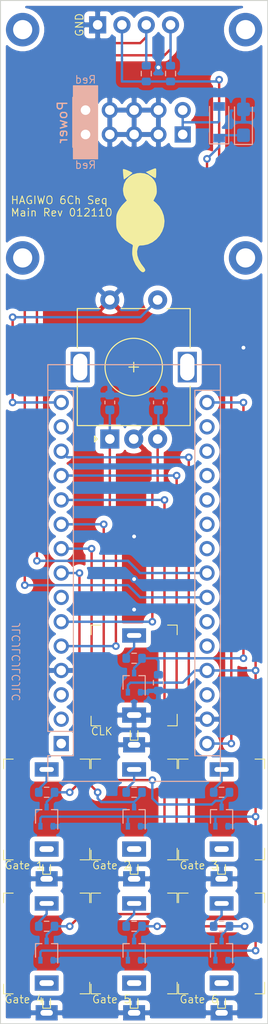
<source format=kicad_pcb>
(kicad_pcb (version 20171130) (host pcbnew "(5.1.10)-1")
  (layers (0 F.Cu signal) (31 B.Cu signal) (34 B.Paste user) (35 F.Paste user) (36 B.SilkS user) (37 F.SilkS user) (38 B.Mask user) (39 F.Mask user) (44 Edge.Cuts user))
  (net 0 "")
  (net 1 CLK)
  (net 2 ENC_SW)
  (net 3 +12V)
  (net 4 GND)
  (net 5 G6)
  (net 6 G5)
  (net 7 +5V)
  (net 8 G4)
  (net 9 G3)
  (net 10 G2)
  (net 11 SCL)
  (net 12 G1)
  (net 13 SDA)
  (net 14 ENC_B)
  (net 15 ENC_A)
  (net 16 +12VA)
  (net 17 -12VA)
  (net 18 "Net-(J2-PadT)")
  (net 19 "Net-(J3-PadT)")
  (net 20 "Net-(J4-PadT)")
  (net 21 "Net-(J5-PadT)")
  (net 22 "Net-(J6-PadT)")
  (net 23 "Net-(J7-PadT)")
  (net 24 "Net-(J8-PadT)")
  (module OLED:MC096Gx (layer F.Cu) (at 13.97 2.54)
    (fp_text reference DISP1 hide)
    (fp_text value MC096xx hide)
    (pad "" np_thru_hole circle (at 11.65 24.3) (size 3.5 3.5) (drill 2) (layers *.Cu *.Mask))
    (pad "" np_thru_hole circle (at -11.65 24.3) (size 3.5 3.5) (drill 2) (layers *.Cu *.Mask))
    (pad "" np_thru_hole circle (at 11.65 0.5) (size 3.5 3.5) (drill 2) (layers *.Cu *.Mask))
    (pad "" np_thru_hole circle (at -11.65 0.5) (size 3.5 3.5) (drill 2) (layers *.Cu *.Mask))
    (pad SDA thru_hole circle (at 3.81 0) (size 1.8 1.8) (drill 1) (layers *.Cu *.Mask) (net 13 SDA))
    (pad GND thru_hole rect (at -3.81 0) (size 1.8 1.8) (drill 1) (layers *.Cu *.Mask) (net 4 GND))
    (pad VCC thru_hole circle (at -1.27 0) (size 1.8 1.8) (drill 1) (layers *.Cu *.Mask) (net 7 +5V))
    (pad SCL thru_hole circle (at 1.27 0) (size 1.8 1.8) (drill 1) (layers *.Cu *.Mask) (net 11 SCL))
  )
  (module "Eurorack_Synth:CATs Tiny" (layer F.Cu) (at 14.605 22.86)
    (fp_text reference G*** hide)
    (fp_text value LOGO hide)
  )
  (module Rotary_Encoder:RotaryEncoder_Alps_EC11E-Switch_Vertical_H20mm (layer F.Cu) (at 11.43 45.72 90)
    (fp_text reference SW2 hide)
    (fp_text value Encoder hide)
    (pad A thru_hole rect (at 0 0 90) (size 2 2) (drill 1) (layers *.Cu *.Mask) (net 15 ENC_A))
    (pad C thru_hole circle (at 0 2.5 90) (size 2 2) (drill 1) (layers *.Cu *.Mask) (net 4 GND))
    (pad B thru_hole circle (at 0 5 90) (size 2 2) (drill 1) (layers *.Cu *.Mask) (net 14 ENC_B))
    (pad MP thru_hole rect (at 7.5 -3.1 90) (size 3.2 2) (drill oval 2.8 1.5) (layers *.Cu *.Mask))
    (pad MP thru_hole rect (at 7.5 8.1 90) (size 3.2 2) (drill oval 2.8 1.5) (layers *.Cu *.Mask))
    (pad S2 thru_hole circle (at 14.5 0 90) (size 2 2) (drill 1) (layers *.Cu *.Mask) (net 4 GND))
    (pad S1 thru_hole circle (at 14.5 5 90) (size 2 2) (drill 1) (layers *.Cu *.Mask) (net 2 ENC_SW))
  )
  (module Resistor_SMD:R_0603_1608Metric (layer B.Cu) (at 23.114 96.52)
    (fp_text reference R10 hide)
    (fp_text value 470R hide)
    (pad 2 smd roundrect (at 0.825 0) (size 0.8 0.95) (layers B.Cu B.Paste B.Mask) (net 5 G6))
    (pad 1 smd roundrect (at -0.825 0) (size 0.8 0.95) (layers B.Cu B.Paste B.Mask) (net 24 "Net-(J8-PadT)"))
  )
  (module Resistor_SMD:R_0603_1608Metric (layer B.Cu) (at 13.97 96.52)
    (fp_text reference R9 hide)
    (fp_text value 470R hide)
    (pad 2 smd roundrect (at 0.825 0) (size 0.8 0.95) (layers B.Cu B.Paste B.Mask) (net 6 G5))
    (pad 1 smd roundrect (at -0.825 0) (size 0.8 0.95) (layers B.Cu B.Paste B.Mask) (net 23 "Net-(J7-PadT)"))
  )
  (module Resistor_SMD:R_0603_1608Metric (layer B.Cu) (at 4.826 96.52)
    (fp_text reference R8 hide)
    (fp_text value 470R hide)
    (pad 2 smd roundrect (at 0.825 0) (size 0.8 0.95) (layers B.Cu B.Paste B.Mask) (net 8 G4))
    (pad 1 smd roundrect (at -0.825 0) (size 0.8 0.95) (layers B.Cu B.Paste B.Mask) (net 22 "Net-(J6-PadT)"))
  )
  (module Resistor_SMD:R_0603_1608Metric (layer B.Cu) (at 15.24 7.62 270)
    (fp_text reference R7 hide)
    (fp_text value 3k3 hide)
    (pad 2 smd roundrect (at 0.825 0 270) (size 0.8 0.95) (layers B.Cu B.Paste B.Mask) (net 7 +5V))
    (pad 1 smd roundrect (at -0.825 0 270) (size 0.8 0.95) (layers B.Cu B.Paste B.Mask) (net 11 SCL))
  )
  (module Resistor_SMD:R_0603_1608Metric (layer B.Cu) (at 23.114 82.55)
    (fp_text reference R6 hide)
    (fp_text value 470R hide)
    (pad 2 smd roundrect (at 0.825 0) (size 0.8 0.95) (layers B.Cu B.Paste B.Mask) (net 9 G3))
    (pad 1 smd roundrect (at -0.825 0) (size 0.8 0.95) (layers B.Cu B.Paste B.Mask) (net 21 "Net-(J5-PadT)"))
  )
  (module Resistor_SMD:R_0603_1608Metric (layer B.Cu) (at 13.97 82.55)
    (fp_text reference R5 hide)
    (fp_text value 470R hide)
    (pad 2 smd roundrect (at 0.825 0) (size 0.8 0.95) (layers B.Cu B.Paste B.Mask) (net 10 G2))
    (pad 1 smd roundrect (at -0.825 0) (size 0.8 0.95) (layers B.Cu B.Paste B.Mask) (net 18 "Net-(J2-PadT)"))
  )
  (module Resistor_SMD:R_0603_1608Metric (layer B.Cu) (at 4.826 82.55)
    (fp_text reference R4 hide)
    (fp_text value 470R hide)
    (pad 2 smd roundrect (at 0.825 0) (size 0.8 0.95) (layers B.Cu B.Paste B.Mask) (net 12 G1))
    (pad 1 smd roundrect (at -0.825 0) (size 0.8 0.95) (layers B.Cu B.Paste B.Mask) (net 20 "Net-(J4-PadT)"))
  )
  (module Resistor_SMD:R_0603_1608Metric (layer B.Cu) (at 17.78 7.62 270)
    (fp_text reference R3 hide)
    (fp_text value 3k3 hide)
    (pad 2 smd roundrect (at 0.825 0 270) (size 0.8 0.95) (layers B.Cu B.Paste B.Mask) (net 7 +5V))
    (pad 1 smd roundrect (at -0.825 0 270) (size 0.8 0.95) (layers B.Cu B.Paste B.Mask) (net 13 SDA))
  )
  (module Resistor_SMD:R_0603_1608Metric (layer B.Cu) (at 16.51 71.12 90)
    (fp_text reference R2 hide)
    (fp_text value 100k hide)
    (pad 2 smd roundrect (at 0.825 0 90) (size 0.8 0.95) (layers B.Cu B.Paste B.Mask) (net 1 CLK))
    (pad 1 smd roundrect (at -0.825 0 90) (size 0.8 0.95) (layers B.Cu B.Paste B.Mask) (net 4 GND))
  )
  (module Resistor_SMD:R_0603_1608Metric (layer B.Cu) (at 13.97 68.58 180)
    (fp_text reference R1 hide)
    (fp_text value 470R hide)
    (pad 2 smd roundrect (at 0.825 0 180) (size 0.8 0.95) (layers B.Cu B.Paste B.Mask) (net 19 "Net-(J3-PadT)"))
    (pad 1 smd roundrect (at -0.825 0 180) (size 0.8 0.95) (layers B.Cu B.Paste B.Mask) (net 1 CLK))
  )
  (module Connector_Audio_QingPu:Jack_3.5mm_QingPu_WQP-PJ301M-12 (layer F.Cu) (at 23.114 99.06)
    (fp_text reference J8 hide)
    (fp_text value "Gate 6" (at -4.445 5.08) (layer F.SilkS) (effects (font (size 0.8 0.8) (thickness 0.1)) (justify left)))
    (pad T thru_hole rect (at 0 -4.92) (size 2.5 1.5) (drill oval 1.5 0.5) (layers *.Cu *.Mask) (net 24 "Net-(J8-PadT)"))
    (pad TN thru_hole rect (at 0 3.38) (size 2.5 1.6) (drill oval 1.5 0.6) (layers *.Cu *.Mask))
    (pad S thru_hole rect (at 0 6.48) (size 2.3 1.6) (drill oval 1.3 0.6) (layers *.Cu *.Mask) (net 4 GND))
  )
  (module Connector_Audio_QingPu:Jack_3.5mm_QingPu_WQP-PJ301M-12 (layer F.Cu) (at 13.97 99.06)
    (fp_text reference J7 hide)
    (fp_text value "Gate 5" (at -4.445 5.08) (layer F.SilkS) (effects (font (size 0.8 0.8) (thickness 0.1)) (justify left)))
    (pad T thru_hole rect (at 0 -4.92) (size 2.5 1.5) (drill oval 1.5 0.5) (layers *.Cu *.Mask) (net 23 "Net-(J7-PadT)"))
    (pad TN thru_hole rect (at 0 3.38) (size 2.5 1.6) (drill oval 1.5 0.6) (layers *.Cu *.Mask))
    (pad S thru_hole rect (at 0 6.48) (size 2.3 1.6) (drill oval 1.3 0.6) (layers *.Cu *.Mask) (net 4 GND))
  )
  (module Connector_Audio_QingPu:Jack_3.5mm_QingPu_WQP-PJ301M-12 (layer F.Cu) (at 4.826 99.06)
    (fp_text reference J6 hide)
    (fp_text value "Gate 4" (at -4.445 5.08) (layer F.SilkS) (effects (font (size 0.8 0.8) (thickness 0.1)) (justify left)))
    (pad T thru_hole rect (at 0 -4.92) (size 2.5 1.5) (drill oval 1.5 0.5) (layers *.Cu *.Mask) (net 22 "Net-(J6-PadT)"))
    (pad TN thru_hole rect (at 0 3.38) (size 2.5 1.6) (drill oval 1.5 0.6) (layers *.Cu *.Mask))
    (pad S thru_hole rect (at 0 6.48) (size 2.3 1.6) (drill oval 1.3 0.6) (layers *.Cu *.Mask) (net 4 GND))
  )
  (module Connector_Audio_QingPu:Jack_3.5mm_QingPu_WQP-PJ301M-12 (layer F.Cu) (at 23.114 85.09)
    (fp_text reference J5 hide)
    (fp_text value "Gate 3" (at -4.445 5.08) (layer F.SilkS) (effects (font (size 0.8 0.8) (thickness 0.1)) (justify left)))
    (pad T thru_hole rect (at 0 -4.92) (size 2.5 1.5) (drill oval 1.5 0.5) (layers *.Cu *.Mask) (net 21 "Net-(J5-PadT)"))
    (pad TN thru_hole rect (at 0 3.38) (size 2.5 1.6) (drill oval 1.5 0.6) (layers *.Cu *.Mask))
    (pad S thru_hole rect (at 0 6.48) (size 2.3 1.6) (drill oval 1.3 0.6) (layers *.Cu *.Mask) (net 4 GND))
  )
  (module Connector_Audio_QingPu:Jack_3.5mm_QingPu_WQP-PJ301M-12 (layer F.Cu) (at 4.826 85.09)
    (fp_text reference J4 hide)
    (fp_text value "Gate 1" (at -4.445 5.08) (layer F.SilkS) (effects (font (size 0.8 0.8) (thickness 0.1)) (justify left)))
    (pad T thru_hole rect (at 0 -4.92) (size 2.5 1.5) (drill oval 1.5 0.5) (layers *.Cu *.Mask) (net 20 "Net-(J4-PadT)"))
    (pad TN thru_hole rect (at 0 3.38) (size 2.5 1.6) (drill oval 1.5 0.6) (layers *.Cu *.Mask))
    (pad S thru_hole rect (at 0 6.48) (size 2.3 1.6) (drill oval 1.3 0.6) (layers *.Cu *.Mask) (net 4 GND))
  )
  (module Connector_Audio_QingPu:Jack_3.5mm_QingPu_WQP-PJ301M-12 (layer F.Cu) (at 13.97 71.12)
    (fp_text reference J3 hide)
    (fp_text value CLK (at -4.572 5.08) (layer F.SilkS) (effects (font (size 0.8 0.8) (thickness 0.1)) (justify left)))
    (pad T thru_hole rect (at 0 -4.92) (size 2.5 1.5) (drill oval 1.5 0.5) (layers *.Cu *.Mask) (net 19 "Net-(J3-PadT)"))
    (pad TN thru_hole rect (at 0 3.38) (size 2.5 1.6) (drill oval 1.5 0.6) (layers *.Cu *.Mask) (net 4 GND))
    (pad S thru_hole rect (at 0 6.48) (size 2.3 1.6) (drill oval 1.3 0.6) (layers *.Cu *.Mask) (net 4 GND))
  )
  (module Connector_Audio_QingPu:Jack_3.5mm_QingPu_WQP-PJ301M-12 (layer F.Cu) (at 13.97 85.09)
    (fp_text reference J2 hide)
    (fp_text value "Gate 2" (at -4.445 5.08) (layer F.SilkS) (effects (font (size 0.8 0.8) (thickness 0.1)) (justify left)))
    (pad T thru_hole rect (at 0 -4.92) (size 2.5 1.5) (drill oval 1.5 0.5) (layers *.Cu *.Mask) (net 18 "Net-(J2-PadT)"))
    (pad TN thru_hole rect (at 0 3.38) (size 2.5 1.6) (drill oval 1.5 0.6) (layers *.Cu *.Mask))
    (pad S thru_hole rect (at 0 6.48) (size 2.3 1.6) (drill oval 1.3 0.6) (layers *.Cu *.Mask) (net 4 GND))
  )
  (module Eurorack_Synth:Power_2x5_Vertical (layer B.Cu) (at 19.05 13.97 90)
    (fp_text reference J1 hide)
    (fp_text value Power (at 1.27 -12.573 90) (layer B.SilkS) (effects (justify mirror)))
    (fp_text user Red (at -3.175 -10.16 180) (layer B.SilkS) (effects (font (size 0.8 0.8) (thickness 0.1)) (justify mirror)))
    (fp_text user Red (at 5.715 -10.16 180) (layer B.SilkS) (effects (font (size 0.8 0.8) (thickness 0.1)) (justify mirror)))
    (pad -12V thru_hole oval (at 2.54 -10.16 90) (size 1.7 1.7) (drill 1) (layers *.Cu *.Mask) (net 17 -12VA))
    (pad -12V thru_hole oval (at 0 -10.16 90) (size 1.7 1.7) (drill 1) (layers *.Cu *.Mask) (net 17 -12VA))
    (pad GND thru_hole oval (at 2.54 -7.62 90) (size 1.7 1.7) (drill 1) (layers *.Cu *.Mask) (net 4 GND))
    (pad GND thru_hole oval (at 0 -7.62 90) (size 1.7 1.7) (drill 1) (layers *.Cu *.Mask) (net 4 GND))
    (pad GND thru_hole oval (at 2.54 -5.08 90) (size 1.7 1.7) (drill 1) (layers *.Cu *.Mask) (net 4 GND))
    (pad GND thru_hole oval (at 0 -5.08 90) (size 1.7 1.7) (drill 1) (layers *.Cu *.Mask) (net 4 GND))
    (pad GND thru_hole oval (at 2.54 -2.54 90) (size 1.7 1.7) (drill 1) (layers *.Cu *.Mask) (net 4 GND))
    (pad GND thru_hole oval (at 0 -2.54 90) (size 1.7 1.7) (drill 1) (layers *.Cu *.Mask) (net 4 GND))
    (pad +12V thru_hole oval (at 2.54 0 90) (size 1.7 1.7) (drill 1) (layers *.Cu *.Mask) (net 16 +12VA))
    (pad +12V thru_hole rect (at 0 0 90) (size 1.7 1.7) (drill 1) (layers *.Cu *.Mask) (net 16 +12VA))
  )
  (module Package_TO_SOT_SMD:SOT-323_SC-70 (layer B.Cu) (at 23.114 99.06 90)
    (fp_text reference D8 hide)
    (fp_text value BAV99W hide)
    (pad 3 smd rect (at 1 0 180) (size 0.45 0.7) (layers B.Cu B.Paste B.Mask) (net 5 G6))
    (pad 2 smd rect (at -1 -0.65 180) (size 0.45 0.7) (layers B.Cu B.Paste B.Mask) (net 7 +5V))
    (pad 1 smd rect (at -1 0.65 180) (size 0.45 0.7) (layers B.Cu B.Paste B.Mask) (net 4 GND))
  )
  (module Package_TO_SOT_SMD:SOT-323_SC-70 (layer B.Cu) (at 13.97 99.06 90)
    (fp_text reference D7 hide)
    (fp_text value BAV99W hide)
    (pad 3 smd rect (at 1 0 180) (size 0.45 0.7) (layers B.Cu B.Paste B.Mask) (net 6 G5))
    (pad 2 smd rect (at -1 -0.65 180) (size 0.45 0.7) (layers B.Cu B.Paste B.Mask) (net 7 +5V))
    (pad 1 smd rect (at -1 0.65 180) (size 0.45 0.7) (layers B.Cu B.Paste B.Mask) (net 4 GND))
  )
  (module Package_TO_SOT_SMD:SOT-323_SC-70 (layer B.Cu) (at 4.826 99.06 90)
    (fp_text reference D6 hide)
    (fp_text value BAV99W hide)
    (pad 3 smd rect (at 1 0 180) (size 0.45 0.7) (layers B.Cu B.Paste B.Mask) (net 8 G4))
    (pad 2 smd rect (at -1 -0.65 180) (size 0.45 0.7) (layers B.Cu B.Paste B.Mask) (net 7 +5V))
    (pad 1 smd rect (at -1 0.65 180) (size 0.45 0.7) (layers B.Cu B.Paste B.Mask) (net 4 GND))
  )
  (module Package_TO_SOT_SMD:SOT-323_SC-70 (layer B.Cu) (at 23.114 85.09 90)
    (fp_text reference D5 hide)
    (fp_text value BAV99W hide)
    (pad 3 smd rect (at 1 0 180) (size 0.45 0.7) (layers B.Cu B.Paste B.Mask) (net 9 G3))
    (pad 2 smd rect (at -1 -0.65 180) (size 0.45 0.7) (layers B.Cu B.Paste B.Mask) (net 7 +5V))
    (pad 1 smd rect (at -1 0.65 180) (size 0.45 0.7) (layers B.Cu B.Paste B.Mask) (net 4 GND))
  )
  (module Package_TO_SOT_SMD:SOT-323_SC-70 (layer B.Cu) (at 13.97 85.09 90)
    (fp_text reference D4 hide)
    (fp_text value BAV99W hide)
    (pad 3 smd rect (at 1 0 180) (size 0.45 0.7) (layers B.Cu B.Paste B.Mask) (net 10 G2))
    (pad 2 smd rect (at -1 -0.65 180) (size 0.45 0.7) (layers B.Cu B.Paste B.Mask) (net 7 +5V))
    (pad 1 smd rect (at -1 0.65 180) (size 0.45 0.7) (layers B.Cu B.Paste B.Mask) (net 4 GND))
  )
  (module Package_TO_SOT_SMD:SOT-323_SC-70 (layer B.Cu) (at 4.826 85.09 90)
    (fp_text reference D3 hide)
    (fp_text value BAV99W hide)
    (pad 3 smd rect (at 1 0 180) (size 0.45 0.7) (layers B.Cu B.Paste B.Mask) (net 12 G1))
    (pad 2 smd rect (at -1 -0.65 180) (size 0.45 0.7) (layers B.Cu B.Paste B.Mask) (net 7 +5V))
    (pad 1 smd rect (at -1 0.65 180) (size 0.45 0.7) (layers B.Cu B.Paste B.Mask) (net 4 GND))
  )
  (module Package_TO_SOT_SMD:SOT-323_SC-70 (layer B.Cu) (at 13.97 71.12 90)
    (fp_text reference D2 hide)
    (fp_text value BAV99W hide)
    (pad 3 smd rect (at 1 0 180) (size 0.45 0.7) (layers B.Cu B.Paste B.Mask) (net 1 CLK))
    (pad 2 smd rect (at -1 -0.65 180) (size 0.45 0.7) (layers B.Cu B.Paste B.Mask) (net 7 +5V))
    (pad 1 smd rect (at -1 0.65 180) (size 0.45 0.7) (layers B.Cu B.Paste B.Mask) (net 4 GND))
  )
  (module Diode_SMD:D_SOD-123 (layer B.Cu) (at 22.86 12.7 90)
    (fp_text reference D1 hide)
    (fp_text value B5817W hide)
    (pad 2 smd rect (at 1.65 0 90) (size 0.9 1.2) (layers B.Cu B.Paste B.Mask) (net 16 +12VA))
    (pad 1 smd rect (at -1.65 0 90) (size 0.9 1.2) (layers B.Cu B.Paste B.Mask) (net 3 +12V))
  )
  (module Capacitor_SMD:C_0603_1608Metric (layer B.Cu) (at 16.51 41.91 90)
    (fp_text reference C8 hide)
    (fp_text value 10n hide)
    (pad 2 smd roundrect (at 0.775 0 90) (size 0.9 0.95) (layers B.Cu B.Paste B.Mask) (net 4 GND))
    (pad 1 smd roundrect (at -0.775 0 90) (size 0.9 0.95) (layers B.Cu B.Paste B.Mask) (net 14 ENC_B))
  )
  (module Capacitor_SMD:C_0603_1608Metric (layer B.Cu) (at 11.43 41.91 90)
    (fp_text reference C7 hide)
    (fp_text value 10n hide)
    (pad 2 smd roundrect (at 0.775 0 90) (size 0.9 0.95) (layers B.Cu B.Paste B.Mask) (net 4 GND))
    (pad 1 smd roundrect (at -0.775 0 90) (size 0.9 0.95) (layers B.Cu B.Paste B.Mask) (net 15 ENC_A))
  )
  (module Capacitor_Tantalum_SMD:CP_EIA-3216-18_Kemet-A (layer B.Cu) (at 25.4 12.7 90)
    (fp_text reference C1 hide)
    (fp_text value 10µF/16V hide)
    (pad 2 smd roundrect (at 1.35 0 90) (size 1.4 1.35) (layers B.Cu B.Paste B.Mask) (roundrect_rratio 0.1851844444444445) (net 4 GND))
    (pad 1 smd roundrect (at -1.35 0 90) (size 1.4 1.35) (layers B.Cu B.Paste B.Mask) (roundrect_rratio 0.1851844444444445) (net 3 +12V))
  )
  (module Module:Arduino_Nano (layer B.Cu) (at 6.35 77.47)
    (fp_text reference A1 hide)
    (fp_text value Arduino_Nano_v3.x hide)
    (pad 16 thru_hole oval (at 15.24 -35.56) (size 1.6 1.6) (drill 1) (layers *.Cu *.Mask) (net 1 CLK))
    (pad 15 thru_hole oval (at 0 -35.56) (size 1.6 1.6) (drill 1) (layers *.Cu *.Mask) (net 2 ENC_SW))
    (pad 30 thru_hole oval (at 15.24 0) (size 1.6 1.6) (drill 1) (layers *.Cu *.Mask) (net 3 +12V))
    (pad 14 thru_hole oval (at 0 -33.02) (size 1.6 1.6) (drill 1) (layers *.Cu *.Mask))
    (pad 29 thru_hole oval (at 15.24 -2.54) (size 1.6 1.6) (drill 1) (layers *.Cu *.Mask) (net 4 GND))
    (pad 13 thru_hole oval (at 0 -30.48) (size 1.6 1.6) (drill 1) (layers *.Cu *.Mask) (net 5 G6))
    (pad 28 thru_hole oval (at 15.24 -5.08) (size 1.6 1.6) (drill 1) (layers *.Cu *.Mask))
    (pad 12 thru_hole oval (at 0 -27.94) (size 1.6 1.6) (drill 1) (layers *.Cu *.Mask) (net 6 G5))
    (pad 27 thru_hole oval (at 15.24 -7.62) (size 1.6 1.6) (drill 1) (layers *.Cu *.Mask) (net 7 +5V))
    (pad 11 thru_hole oval (at 0 -25.4) (size 1.6 1.6) (drill 1) (layers *.Cu *.Mask) (net 8 G4))
    (pad 26 thru_hole oval (at 15.24 -10.16) (size 1.6 1.6) (drill 1) (layers *.Cu *.Mask))
    (pad 10 thru_hole oval (at 0 -22.86) (size 1.6 1.6) (drill 1) (layers *.Cu *.Mask) (net 9 G3))
    (pad 25 thru_hole oval (at 15.24 -12.7) (size 1.6 1.6) (drill 1) (layers *.Cu *.Mask))
    (pad 9 thru_hole oval (at 0 -20.32) (size 1.6 1.6) (drill 1) (layers *.Cu *.Mask) (net 10 G2))
    (pad 24 thru_hole oval (at 15.24 -15.24) (size 1.6 1.6) (drill 1) (layers *.Cu *.Mask) (net 11 SCL))
    (pad 8 thru_hole oval (at 0 -17.78) (size 1.6 1.6) (drill 1) (layers *.Cu *.Mask) (net 12 G1))
    (pad 23 thru_hole oval (at 15.24 -17.78) (size 1.6 1.6) (drill 1) (layers *.Cu *.Mask) (net 13 SDA))
    (pad 7 thru_hole oval (at 0 -15.24) (size 1.6 1.6) (drill 1) (layers *.Cu *.Mask))
    (pad 22 thru_hole oval (at 15.24 -20.32) (size 1.6 1.6) (drill 1) (layers *.Cu *.Mask))
    (pad 6 thru_hole oval (at 0 -12.7) (size 1.6 1.6) (drill 1) (layers *.Cu *.Mask) (net 14 ENC_B))
    (pad 21 thru_hole oval (at 15.24 -22.86) (size 1.6 1.6) (drill 1) (layers *.Cu *.Mask))
    (pad 5 thru_hole oval (at 0 -10.16) (size 1.6 1.6) (drill 1) (layers *.Cu *.Mask) (net 15 ENC_A))
    (pad 20 thru_hole oval (at 15.24 -25.4) (size 1.6 1.6) (drill 1) (layers *.Cu *.Mask))
    (pad 4 thru_hole oval (at 0 -7.62) (size 1.6 1.6) (drill 1) (layers *.Cu *.Mask) (net 4 GND))
    (pad 19 thru_hole oval (at 15.24 -27.94) (size 1.6 1.6) (drill 1) (layers *.Cu *.Mask))
    (pad 3 thru_hole oval (at 0 -5.08) (size 1.6 1.6) (drill 1) (layers *.Cu *.Mask))
    (pad 18 thru_hole oval (at 15.24 -30.48) (size 1.6 1.6) (drill 1) (layers *.Cu *.Mask))
    (pad 2 thru_hole oval (at 0 -2.54) (size 1.6 1.6) (drill 1) (layers *.Cu *.Mask))
    (pad 17 thru_hole oval (at 15.24 -33.02) (size 1.6 1.6) (drill 1) (layers *.Cu *.Mask))
    (pad 1 thru_hole rect (at 0 0) (size 1.6 1.6) (drill 1) (layers *.Cu *.Mask))
  )
  (gr_text GND (at 8.255 2.54 90) (layer F.SilkS) (effects (font (size 0.8 0.8) (thickness 0.1))))
  (gr_text JLCJLCJLCJLC (at 1.651 64.77 90) (layer B.SilkS) (effects (font (size 0.8 0.8) (thickness 0.1)) (justify left mirror)))
  (gr_text "HAGIWO 6Ch Seq\nMain Rev 012110" (at 1.016 21.463) (layer F.SilkS) (effects (font (size 0.8 0.8) (thickness 0.1)) (justify left)))
  (gr_line (start 0 106.68) (end 0 0) (layer Edge.Cuts) (width 0.1))
  (gr_line (start 27.94 106.68) (end 0 106.68) (layer Edge.Cuts) (width 0.1))
  (gr_line (start 27.94 0) (end 27.94 106.68) (layer Edge.Cuts) (width 0.1))
  (gr_line (start 0 0) (end 27.94 0) (layer Edge.Cuts) (width 0.1))
  (segment (start 14.795 68.58) (end 14.795 68.771) (width 0.25) (layer B.Cu) (net 1))
  (segment (start 13.97 69.596) (end 13.97 70.12) (width 0.25) (layer B.Cu) (net 1))
  (segment (start 14.795 68.771) (end 13.97 69.596) (width 0.25) (layer B.Cu) (net 1))
  (segment (start 14.795 68.58) (end 16.256 68.58) (width 0.25) (layer B.Cu) (net 1))
  (segment (start 16.51 68.834) (end 16.51 70.295) (width 0.25) (layer B.Cu) (net 1))
  (segment (start 16.256 68.58) (end 16.51 68.834) (width 0.25) (layer B.Cu) (net 1))
  (segment (start 16.256 68.58) (end 25.4 68.58) (width 0.25) (layer B.Cu) (net 1))
  (segment (start 25.4 68.58) (end 25.4 68.58) (width 0.25) (layer B.Cu) (net 1))
  (via (at 25.4 68.58) (size 0.8) (drill 0.4) (layers F.Cu B.Cu) (net 1))
  (segment (start 25.4 68.58) (end 25.4 41.91) (width 0.25) (layer F.Cu) (net 1))
  (segment (start 25.4 41.91) (end 25.4 41.91) (width 0.25) (layer F.Cu) (net 1))
  (via (at 25.4 41.91) (size 0.8) (drill 0.4) (layers F.Cu B.Cu) (net 1))
  (segment (start 25.4 41.91) (end 21.59 41.91) (width 0.25) (layer B.Cu) (net 1))
  (segment (start 6.35 41.91) (end 1.27 41.91) (width 0.25) (layer B.Cu) (net 2))
  (segment (start 1.27 41.91) (end 1.27 41.91) (width 0.25) (layer B.Cu) (net 2))
  (via (at 1.27 41.91) (size 0.8) (drill 0.4) (layers F.Cu B.Cu) (net 2))
  (segment (start 1.27 41.91) (end 1.27 33.02) (width 0.25) (layer F.Cu) (net 2))
  (segment (start 1.27 33.02) (end 1.27 33.02) (width 0.25) (layer F.Cu) (net 2))
  (via (at 1.27 33.02) (size 0.8) (drill 0.4) (layers F.Cu B.Cu) (net 2))
  (segment (start 14.63 33.02) (end 16.43 31.22) (width 0.25) (layer B.Cu) (net 2))
  (segment (start 1.27 33.02) (end 14.63 33.02) (width 0.25) (layer B.Cu) (net 2))
  (segment (start 23.16 14.05) (end 22.86 14.35) (width 0.25) (layer B.Cu) (net 3))
  (segment (start 25.4 14.05) (end 23.16 14.05) (width 0.25) (layer B.Cu) (net 3))
  (segment (start 21.59 77.47) (end 24.13 77.47) (width 0.25) (layer B.Cu) (net 3))
  (segment (start 24.13 77.47) (end 24.13 77.47) (width 0.25) (layer B.Cu) (net 3))
  (via (at 24.13 77.47) (size 0.8) (drill 0.4) (layers F.Cu B.Cu) (net 3))
  (segment (start 24.13 77.47) (end 24.13 48.895) (width 0.25) (layer F.Cu) (net 3))
  (segment (start 24.13 48.895) (end 24.13 31.115) (width 0.25) (layer F.Cu) (net 3))
  (segment (start 24.13 31.115) (end 21.59 28.575) (width 0.25) (layer F.Cu) (net 3))
  (segment (start 21.59 28.575) (end 21.59 22.86) (width 0.25) (layer F.Cu) (net 3))
  (segment (start 21.59 22.86) (end 21.59 16.51) (width 0.25) (layer F.Cu) (net 3))
  (segment (start 21.59 16.51) (end 21.59 16.51) (width 0.25) (layer F.Cu) (net 3))
  (via (at 21.59 16.51) (size 0.8) (drill 0.4) (layers F.Cu B.Cu) (net 3))
  (segment (start 22.86 15.24) (end 21.59 16.51) (width 0.25) (layer B.Cu) (net 3))
  (segment (start 22.86 14.35) (end 22.86 15.24) (width 0.25) (layer B.Cu) (net 3))
  (via (at 13.97 55.88) (size 0.8) (drill 0.4) (layers F.Cu B.Cu) (net 4))
  (via (at 13.97 60.325) (size 0.8) (drill 0.4) (layers F.Cu B.Cu) (net 4))
  (via (at 13.97 63.5) (size 0.8) (drill 0.4) (layers F.Cu B.Cu) (net 4))
  (via (at 16.51 6.985) (size 0.8) (drill 0.4) (layers F.Cu B.Cu) (net 4))
  (via (at 25.4 36.195) (size 0.8) (drill 0.4) (layers F.Cu B.Cu) (net 4))
  (segment (start 23.939 96.52) (end 23.939 96.584) (width 0.25) (layer B.Cu) (net 5))
  (segment (start 23.114 97.409) (end 23.114 98.06) (width 0.25) (layer B.Cu) (net 5))
  (segment (start 23.939 96.584) (end 23.114 97.409) (width 0.25) (layer B.Cu) (net 5))
  (segment (start 23.939 96.52) (end 25.527 96.52) (width 0.25) (layer B.Cu) (net 5))
  (segment (start 25.527 96.52) (end 25.527 96.52) (width 0.25) (layer B.Cu) (net 5))
  (via (at 25.527 96.52) (size 0.8) (drill 0.4) (layers F.Cu B.Cu) (net 5))
  (segment (start 19.685 95.885) (end 19.685 47.625) (width 0.25) (layer F.Cu) (net 5))
  (segment (start 20.32 96.52) (end 19.685 95.885) (width 0.25) (layer F.Cu) (net 5))
  (segment (start 25.527 96.52) (end 20.32 96.52) (width 0.25) (layer F.Cu) (net 5))
  (segment (start 6.985 47.625) (end 6.35 46.99) (width 0.25) (layer B.Cu) (net 5))
  (segment (start 19.685 47.625) (end 6.985 47.625) (width 0.25) (layer B.Cu) (net 5))
  (segment (start 19.685 47.625) (end 19.685 47.625) (width 0.25) (layer F.Cu) (net 5))
  (via (at 19.685 47.625) (size 0.8) (drill 0.4) (layers F.Cu B.Cu) (net 5))
  (segment (start 14.795 96.52) (end 14.795 96.584) (width 0.25) (layer B.Cu) (net 6))
  (segment (start 13.97 97.409) (end 13.97 98.06) (width 0.25) (layer B.Cu) (net 6))
  (segment (start 14.795 96.584) (end 13.97 97.409) (width 0.25) (layer B.Cu) (net 6))
  (segment (start 14.795 96.52) (end 16.383 96.52) (width 0.25) (layer B.Cu) (net 6))
  (segment (start 16.383 96.52) (end 16.383 96.52) (width 0.25) (layer B.Cu) (net 6))
  (via (at 16.383 96.52) (size 0.8) (drill 0.4) (layers F.Cu B.Cu) (net 6))
  (segment (start 18.415 49.53) (end 6.35 49.53) (width 0.25) (layer B.Cu) (net 6))
  (segment (start 18.415 95.885) (end 18.415 49.53) (width 0.25) (layer F.Cu) (net 6))
  (segment (start 17.78 96.52) (end 18.415 95.885) (width 0.25) (layer F.Cu) (net 6))
  (segment (start 16.383 96.52) (end 17.78 96.52) (width 0.25) (layer F.Cu) (net 6))
  (segment (start 18.415 49.53) (end 18.415 49.53) (width 0.25) (layer F.Cu) (net 6))
  (via (at 18.415 49.53) (size 0.8) (drill 0.4) (layers F.Cu B.Cu) (net 6))
  (segment (start 15.24 8.445) (end 17.78 8.445) (width 0.25) (layer B.Cu) (net 7))
  (segment (start 13.32 72.12) (end 13.32 71.389) (width 0.25) (layer B.Cu) (net 7))
  (segment (start 20.32 69.85) (end 21.59 69.85) (width 0.25) (layer B.Cu) (net 7))
  (segment (start 19.05 71.12) (end 20.32 69.85) (width 0.25) (layer B.Cu) (net 7))
  (segment (start 13.32 71.389) (end 13.589 71.12) (width 0.25) (layer B.Cu) (net 7))
  (segment (start 13.589 71.12) (end 19.05 71.12) (width 0.25) (layer B.Cu) (net 7))
  (segment (start 4.176 85.232) (end 4.318 85.09) (width 0.25) (layer B.Cu) (net 7))
  (segment (start 4.176 86.09) (end 4.176 85.232) (width 0.25) (layer B.Cu) (net 7))
  (segment (start 13.32 85.105) (end 13.335 85.09) (width 0.25) (layer B.Cu) (net 7))
  (segment (start 13.335 85.09) (end 4.318 85.09) (width 0.25) (layer B.Cu) (net 7))
  (segment (start 13.32 86.09) (end 13.32 85.105) (width 0.25) (layer B.Cu) (net 7))
  (segment (start 22.464 86.09) (end 22.464 85.202) (width 0.25) (layer B.Cu) (net 7))
  (segment (start 4.176 99.202) (end 4.318 99.06) (width 0.25) (layer B.Cu) (net 7))
  (segment (start 4.176 100.06) (end 4.176 99.202) (width 0.25) (layer B.Cu) (net 7))
  (segment (start 13.32 100.06) (end 13.32 99.075) (width 0.25) (layer B.Cu) (net 7))
  (segment (start 13.335 99.06) (end 4.318 99.06) (width 0.25) (layer B.Cu) (net 7))
  (segment (start 13.32 99.075) (end 13.335 99.06) (width 0.25) (layer B.Cu) (net 7))
  (segment (start 22.464 99.075) (end 22.479 99.06) (width 0.25) (layer B.Cu) (net 7))
  (segment (start 22.464 100.06) (end 22.464 99.075) (width 0.25) (layer B.Cu) (net 7))
  (segment (start 22.479 99.06) (end 13.335 99.06) (width 0.25) (layer B.Cu) (net 7))
  (segment (start 21.59 69.85) (end 26.67 69.85) (width 0.25) (layer B.Cu) (net 7))
  (via (at 26.67 69.85) (size 0.8) (drill 0.4) (layers F.Cu B.Cu) (net 7))
  (segment (start 26.67 69.85) (end 26.67 85.09) (width 0.25) (layer F.Cu) (net 7))
  (segment (start 22.352 85.09) (end 13.335 85.09) (width 0.25) (layer B.Cu) (net 7))
  (segment (start 26.67 85.09) (end 22.352 85.09) (width 0.25) (layer B.Cu) (net 7))
  (via (at 26.67 85.09) (size 0.8) (drill 0.4) (layers F.Cu B.Cu) (net 7))
  (segment (start 26.67 85.09) (end 26.67 99.06) (width 0.25) (layer F.Cu) (net 7))
  (segment (start 26.67 99.06) (end 22.479 99.06) (width 0.25) (layer B.Cu) (net 7))
  (via (at 26.67 99.06) (size 0.8) (drill 0.4) (layers F.Cu B.Cu) (net 7))
  (segment (start 26.67 69.85) (end 26.67 46.355) (width 0.25) (layer F.Cu) (net 7))
  (segment (start 26.67 46.355) (end 26.67 32.385) (width 0.25) (layer F.Cu) (net 7))
  (segment (start 26.67 32.385) (end 22.86 28.575) (width 0.25) (layer F.Cu) (net 7))
  (segment (start 22.86 28.575) (end 22.86 8.255) (width 0.25) (layer F.Cu) (net 7))
  (segment (start 22.86 8.255) (end 22.86 8.255) (width 0.25) (layer F.Cu) (net 7))
  (via (at 22.86 8.255) (size 0.8) (drill 0.4) (layers F.Cu B.Cu) (net 7))
  (segment (start 22.67 8.445) (end 22.86 8.255) (width 0.25) (layer B.Cu) (net 7))
  (segment (start 17.78 8.445) (end 22.67 8.445) (width 0.25) (layer B.Cu) (net 7))
  (segment (start 12.7 8.445) (end 15.24 8.445) (width 0.25) (layer B.Cu) (net 7))
  (segment (start 12.7 2.54) (end 12.7 8.445) (width 0.25) (layer B.Cu) (net 7))
  (segment (start 5.651 96.52) (end 5.651 96.584) (width 0.25) (layer B.Cu) (net 8))
  (segment (start 4.826 97.409) (end 4.826 98.06) (width 0.25) (layer B.Cu) (net 8))
  (segment (start 5.651 96.584) (end 4.826 97.409) (width 0.25) (layer B.Cu) (net 8))
  (segment (start 5.651 96.52) (end 7.239 96.52) (width 0.25) (layer B.Cu) (net 8))
  (segment (start 7.239 96.52) (end 7.239 96.52) (width 0.25) (layer B.Cu) (net 8))
  (via (at 7.239 96.52) (size 0.8) (drill 0.4) (layers F.Cu B.Cu) (net 8))
  (segment (start 17.145 52.07) (end 6.35 52.07) (width 0.25) (layer B.Cu) (net 8))
  (segment (start 17.145 94.615) (end 17.145 52.07) (width 0.25) (layer F.Cu) (net 8))
  (segment (start 16.51 95.25) (end 17.145 94.615) (width 0.25) (layer F.Cu) (net 8))
  (segment (start 8.509 95.25) (end 16.51 95.25) (width 0.25) (layer F.Cu) (net 8))
  (segment (start 7.239 96.52) (end 8.509 95.25) (width 0.25) (layer F.Cu) (net 8))
  (segment (start 17.145 52.07) (end 17.145 52.07) (width 0.25) (layer F.Cu) (net 8))
  (via (at 17.145 52.07) (size 0.8) (drill 0.4) (layers F.Cu B.Cu) (net 8))
  (segment (start 23.939 82.55) (end 23.939 82.614) (width 0.25) (layer B.Cu) (net 9))
  (segment (start 23.114 83.439) (end 23.114 84.09) (width 0.25) (layer B.Cu) (net 9))
  (segment (start 23.939 82.614) (end 23.114 83.439) (width 0.25) (layer B.Cu) (net 9))
  (segment (start 10.795 54.61) (end 10.795 54.61) (width 0.25) (layer F.Cu) (net 9))
  (via (at 10.795 54.61) (size 0.8) (drill 0.4) (layers F.Cu B.Cu) (net 9))
  (segment (start 10.795 54.61) (end 6.35 54.61) (width 0.25) (layer B.Cu) (net 9))
  (segment (start 11.43 81.28) (end 10.795 80.645) (width 0.25) (layer F.Cu) (net 9))
  (segment (start 15.875 81.28) (end 11.43 81.28) (width 0.25) (layer F.Cu) (net 9))
  (segment (start 10.795 80.645) (end 10.795 54.61) (width 0.25) (layer F.Cu) (net 9))
  (via (at 15.875 81.28) (size 0.8) (drill 0.4) (layers F.Cu B.Cu) (net 9))
  (segment (start 22.098 83.82) (end 22.479 83.439) (width 0.25) (layer B.Cu) (net 9))
  (segment (start 16.51 83.82) (end 22.098 83.82) (width 0.25) (layer B.Cu) (net 9))
  (segment (start 15.875 83.185) (end 16.51 83.82) (width 0.25) (layer B.Cu) (net 9))
  (segment (start 22.479 83.439) (end 23.114 83.439) (width 0.25) (layer B.Cu) (net 9))
  (segment (start 15.875 81.28) (end 15.875 83.185) (width 0.25) (layer B.Cu) (net 9))
  (segment (start 14.795 82.55) (end 14.795 82.741) (width 0.25) (layer B.Cu) (net 10))
  (segment (start 13.97 83.566) (end 13.97 84.09) (width 0.25) (layer B.Cu) (net 10))
  (segment (start 14.795 82.741) (end 13.97 83.566) (width 0.25) (layer B.Cu) (net 10))
  (segment (start 9.525 81.915) (end 9.525 57.15) (width 0.25) (layer F.Cu) (net 10))
  (segment (start 10.16 82.55) (end 10.16 82.55) (width 0.25) (layer F.Cu) (net 10))
  (segment (start 9.525 57.15) (end 9.525 57.15) (width 0.25) (layer F.Cu) (net 10))
  (via (at 9.525 57.15) (size 0.8) (drill 0.4) (layers F.Cu B.Cu) (net 10))
  (segment (start 9.525 57.15) (end 6.35 57.15) (width 0.25) (layer B.Cu) (net 10))
  (segment (start 10.16 82.55) (end 9.525 81.915) (width 0.25) (layer F.Cu) (net 10))
  (via (at 10.16 82.55) (size 0.8) (drill 0.4) (layers F.Cu B.Cu) (net 10))
  (segment (start 13.97 83.566) (end 10.541 83.566) (width 0.25) (layer B.Cu) (net 10))
  (segment (start 10.16 83.185) (end 10.16 82.55) (width 0.25) (layer B.Cu) (net 10))
  (segment (start 10.541 83.566) (end 10.16 83.185) (width 0.25) (layer B.Cu) (net 10))
  (segment (start 15.24 6.795) (end 15.24 2.54) (width 0.25) (layer B.Cu) (net 11))
  (segment (start 21.59 62.23) (end 14.605 62.23) (width 0.25) (layer B.Cu) (net 11))
  (segment (start 14.605 62.23) (end 13.335 60.96) (width 0.25) (layer B.Cu) (net 11))
  (segment (start 13.335 60.96) (end 2.54 60.96) (width 0.25) (layer B.Cu) (net 11))
  (segment (start 2.54 60.96) (end 2.54 60.96) (width 0.25) (layer B.Cu) (net 11))
  (via (at 2.54 60.96) (size 0.8) (drill 0.4) (layers F.Cu B.Cu) (net 11))
  (segment (start 15.24 3.81) (end 15.24 2.54) (width 0.25) (layer F.Cu) (net 11))
  (segment (start 14.605 4.445) (end 15.24 3.81) (width 0.25) (layer F.Cu) (net 11))
  (segment (start 5.08 5.08) (end 5.715 4.445) (width 0.25) (layer F.Cu) (net 11))
  (segment (start 5.08 28.575) (end 5.08 5.08) (width 0.25) (layer F.Cu) (net 11))
  (segment (start 2.54 31.115) (end 5.08 28.575) (width 0.25) (layer F.Cu) (net 11))
  (segment (start 5.715 4.445) (end 14.605 4.445) (width 0.25) (layer F.Cu) (net 11))
  (segment (start 2.54 60.96) (end 2.54 31.115) (width 0.25) (layer F.Cu) (net 11))
  (segment (start 5.651 82.55) (end 5.651 82.741) (width 0.25) (layer B.Cu) (net 12))
  (segment (start 4.826 83.566) (end 4.826 84.09) (width 0.25) (layer B.Cu) (net 12))
  (segment (start 5.651 82.741) (end 4.826 83.566) (width 0.25) (layer B.Cu) (net 12))
  (segment (start 5.651 82.55) (end 7.239 82.55) (width 0.25) (layer B.Cu) (net 12))
  (segment (start 7.239 82.55) (end 7.239 82.55) (width 0.25) (layer B.Cu) (net 12))
  (via (at 7.239 82.55) (size 0.8) (drill 0.4) (layers F.Cu B.Cu) (net 12))
  (segment (start 8.255 81.534) (end 8.255 59.69) (width 0.25) (layer F.Cu) (net 12))
  (segment (start 7.239 82.55) (end 8.255 81.534) (width 0.25) (layer F.Cu) (net 12))
  (segment (start 8.255 59.69) (end 8.255 59.69) (width 0.25) (layer F.Cu) (net 12))
  (via (at 8.255 59.69) (size 0.8) (drill 0.4) (layers F.Cu B.Cu) (net 12))
  (segment (start 8.255 59.69) (end 6.35 59.69) (width 0.25) (layer B.Cu) (net 12))
  (segment (start 17.78 6.795) (end 17.78 2.54) (width 0.25) (layer B.Cu) (net 13))
  (segment (start 21.59 59.69) (end 14.605 59.69) (width 0.25) (layer B.Cu) (net 13))
  (segment (start 14.605 59.69) (end 13.335 58.42) (width 0.25) (layer B.Cu) (net 13))
  (segment (start 13.335 58.42) (end 3.81 58.42) (width 0.25) (layer B.Cu) (net 13))
  (segment (start 3.81 58.42) (end 3.81 58.42) (width 0.25) (layer B.Cu) (net 13))
  (via (at 3.81 58.42) (size 0.8) (drill 0.4) (layers F.Cu B.Cu) (net 13))
  (segment (start 17.78 5.08) (end 17.78 2.54) (width 0.25) (layer F.Cu) (net 13))
  (segment (start 17.145 5.715) (end 17.78 5.08) (width 0.25) (layer F.Cu) (net 13))
  (segment (start 6.985 5.715) (end 17.145 5.715) (width 0.25) (layer F.Cu) (net 13))
  (segment (start 6.35 6.35) (end 6.985 5.715) (width 0.25) (layer F.Cu) (net 13))
  (segment (start 6.35 28.575) (end 6.35 6.35) (width 0.25) (layer F.Cu) (net 13))
  (segment (start 3.81 31.115) (end 6.35 28.575) (width 0.25) (layer F.Cu) (net 13))
  (segment (start 3.81 58.42) (end 3.81 31.115) (width 0.25) (layer F.Cu) (net 13))
  (segment (start 16.51 45.64) (end 16.43 45.72) (width 0.25) (layer B.Cu) (net 14))
  (segment (start 16.51 42.685) (end 16.51 45.64) (width 0.25) (layer B.Cu) (net 14))
  (segment (start 15.875 50.8) (end 15.875 64.77) (width 0.25) (layer F.Cu) (net 14))
  (segment (start 16.43 50.245) (end 15.875 50.8) (width 0.25) (layer F.Cu) (net 14))
  (segment (start 16.43 45.72) (end 16.43 50.245) (width 0.25) (layer F.Cu) (net 14))
  (segment (start 15.875 64.77) (end 15.875 64.77) (width 0.25) (layer F.Cu) (net 14))
  (via (at 15.875 64.77) (size 0.8) (drill 0.4) (layers F.Cu B.Cu) (net 14))
  (segment (start 15.875 64.77) (end 6.35 64.77) (width 0.25) (layer B.Cu) (net 14))
  (segment (start 11.43 42.685) (end 11.43 45.72) (width 0.25) (layer B.Cu) (net 15))
  (segment (start 12.065 53.975) (end 12.065 67.31) (width 0.25) (layer F.Cu) (net 15))
  (segment (start 11.43 53.34) (end 12.065 53.975) (width 0.25) (layer F.Cu) (net 15))
  (segment (start 11.43 45.72) (end 11.43 53.34) (width 0.25) (layer F.Cu) (net 15))
  (segment (start 12.065 67.31) (end 12.065 67.31) (width 0.25) (layer F.Cu) (net 15))
  (via (at 12.065 67.31) (size 0.8) (drill 0.4) (layers F.Cu B.Cu) (net 15))
  (segment (start 12.065 67.31) (end 6.35 67.31) (width 0.25) (layer B.Cu) (net 15))
  (segment (start 19.05 12.7) (end 22.733 12.7) (width 0.25) (layer B.Cu) (net 16))
  (segment (start 19.05 11.43) (end 19.05 12.7) (width 0.25) (layer B.Cu) (net 16))
  (segment (start 19.05 12.7) (end 19.05 13.97) (width 0.25) (layer B.Cu) (net 16))
  (segment (start 22.86 12.573) (end 22.733 12.7) (width 0.25) (layer B.Cu) (net 16))
  (segment (start 22.86 11.05) (end 22.86 12.573) (width 0.25) (layer B.Cu) (net 16))
  (segment (start 8.89 11.43) (end 8.89 13.97) (width 0.25) (layer B.Cu) (net 17))
  (segment (start 13.145 82.55) (end 13.145 82.232) (width 0.25) (layer B.Cu) (net 18))
  (segment (start 13.97 81.407) (end 13.97 80.17) (width 0.25) (layer B.Cu) (net 18))
  (segment (start 13.145 82.232) (end 13.97 81.407) (width 0.25) (layer B.Cu) (net 18))
  (segment (start 13.145 68.58) (end 13.145 68.262) (width 0.25) (layer B.Cu) (net 19))
  (segment (start 13.97 67.437) (end 13.97 66.2) (width 0.25) (layer B.Cu) (net 19))
  (segment (start 13.145 68.262) (end 13.97 67.437) (width 0.25) (layer B.Cu) (net 19))
  (segment (start 4.001 82.55) (end 4.001 82.232) (width 0.25) (layer B.Cu) (net 20))
  (segment (start 4.826 81.407) (end 4.826 80.17) (width 0.25) (layer B.Cu) (net 20))
  (segment (start 4.001 82.232) (end 4.826 81.407) (width 0.25) (layer B.Cu) (net 20))
  (segment (start 22.289 82.55) (end 22.289 82.232) (width 0.25) (layer B.Cu) (net 21))
  (segment (start 23.114 81.407) (end 23.114 80.17) (width 0.25) (layer B.Cu) (net 21))
  (segment (start 22.289 82.232) (end 23.114 81.407) (width 0.25) (layer B.Cu) (net 21))
  (segment (start 4.001 96.52) (end 4.001 96.075) (width 0.25) (layer B.Cu) (net 22))
  (segment (start 4.826 95.25) (end 4.826 94.14) (width 0.25) (layer B.Cu) (net 22))
  (segment (start 4.001 96.075) (end 4.826 95.25) (width 0.25) (layer B.Cu) (net 22))
  (segment (start 13.145 96.52) (end 13.145 96.075) (width 0.25) (layer B.Cu) (net 23))
  (segment (start 13.97 95.25) (end 13.97 94.14) (width 0.25) (layer B.Cu) (net 23))
  (segment (start 13.145 96.075) (end 13.97 95.25) (width 0.25) (layer B.Cu) (net 23))
  (segment (start 22.289 96.52) (end 22.289 96.202) (width 0.25) (layer B.Cu) (net 24))
  (segment (start 23.114 95.377) (end 23.114 94.14) (width 0.25) (layer B.Cu) (net 24))
  (segment (start 22.289 96.202) (end 23.114 95.377) (width 0.25) (layer B.Cu) (net 24))
  (zone (net 4) (net_name GND) (layer F.Cu) (connect_pads (clearance 0.508)) (min_thickness 0.254) (fill yes (arc_segments 32) (thermal_gap 0.508) (thermal_bridge_width 0.508))
    (polygon (pts (xy 27.94 106.68) (xy 0 106.68) (xy 0 0) (xy 27.94 0)))
  )
  (zone (net 4) (net_name GND) (layer B.Cu) (connect_pads (clearance 0.508)) (min_thickness 0.254) (fill yes (arc_segments 32) (thermal_gap 0.508) (thermal_bridge_width 0.508))
    (polygon (pts (xy 27.94 106.68) (xy 0 106.68) (xy 0 0) (xy 27.94 0)))
  )
)
</source>
